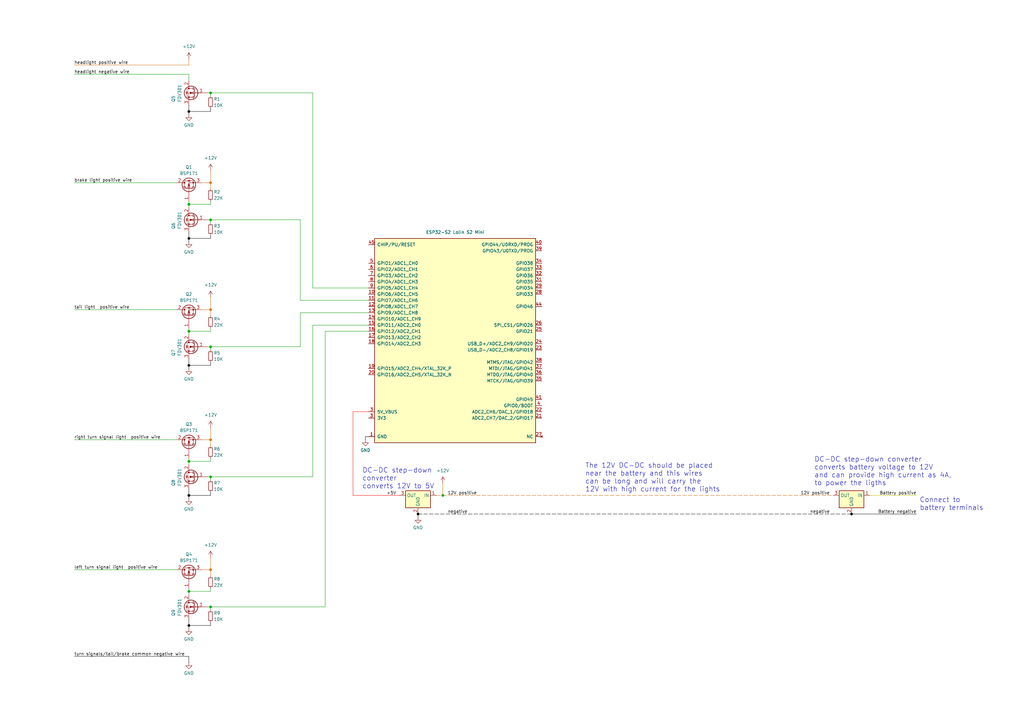
<source format=kicad_sch>
(kicad_sch (version 20230121) (generator eeschema)
  (paper "A3")
  (lib_symbols
    (symbol "Converter_DCDC:OKI-78SR-3.3_1.5-W36-C"
      (property "Reference" "U" (at -3.81 3.175 0))
      (property "Value" "OKI-78SR-3.3_1.5-W36-C" (at 0 3.175 0))
      (symbol "OKI-78SR-3.3_1.5-W36-C_0_1"
        (rectangle (start -5.08 1.905) (end 5.08 -5.08) (stroke (width 0.254)) (fill (type background)))
      )
      (symbol "OKI-78SR-3.3_1.5-W36-C_1_1"
        (pin power_in line (at -7.62 0 0) (length 2.54) (name "IN") (number "1"))
        (pin power_in line (at 0 -7.62 90) (length 2.54) (name "GND") (number "2"))
        (pin power_out line (at 7.62 0 180) (length 2.54) (name "OUT") (number "3"))
      )
    )
    (symbol "Device:R_Small" (pin_numbers hide) (pin_names (offset 0.254) hide)
      (property "Reference" "R" (at 0.762 0.508 0))
      (property "Value" "R_Small" (at 0.762 -1.016 0))
      (symbol "R_Small_0_1"
        (rectangle (start -0.762 1.778) (end 0.762 -1.778) (stroke (width 0.2032)))
      )
      (symbol "R_Small_1_1"
        (pin passive line (at 0 2.54 270) (length 0.762) (name "~") (number "1"))
        (pin passive line (at 0 -2.54 90) (length 0.762) (name "~") (number "2"))
      )
    )
    (symbol "Espressif:ESP32-S2-MINI-1" (pin_names (offset 1.016))
      (property "Reference" "U3" (at 0 50.8 0))
      (symbol "ESP32-S2-MINI-1_0_0"
        (pin power_in line (at -35.56 -35.56 0) (length 2.54) (name "GND") (number "1"))
        (pin passive line (at -35.56 -35.56 0) (length 2.54) hide (name "GND") (number "43"))
        (pin input line (at 35.56 17.78 180) (length 2.54) (name "GPIO46") (number "44"))
        (pin bidirectional line (at -35.56 43.18 0) (length 2.54) (name "CHIP/PU/RESET") (number "45"))
        (pin passive line (at -35.56 -35.56 0) (length 2.54) hide (name "GND") (number "46"))
        (pin passive line (at -35.56 -35.56 0) (length 2.54) hide (name "GND") (number "47"))
        (pin passive line (at -35.56 -35.56 0) (length 2.54) hide (name "GND") (number "48"))
        (pin passive line (at -35.56 -35.56 0) (length 2.54) hide (name "GND") (number "49"))
        (pin passive line (at -35.56 -35.56 0) (length 2.54) hide (name "GND") (number "50"))
        (pin passive line (at -35.56 -35.56 0) (length 2.54) hide (name "GND") (number "51"))
        (pin passive line (at -35.56 -35.56 0) (length 2.54) hide (name "GND") (number "52"))
        (pin passive line (at -35.56 -35.56 0) (length 2.54) hide (name "GND") (number "53"))
        (pin passive line (at -35.56 -35.56 0) (length 2.54) hide (name "GND") (number "54"))
        (pin passive line (at -35.56 -35.56 0) (length 2.54) hide (name "GND") (number "55"))
        (pin passive line (at -35.56 -35.56 0) (length 2.54) hide (name "GND") (number "56"))
        (pin passive line (at -35.56 -35.56 0) (length 2.54) hide (name "GND") (number "57"))
        (pin passive line (at -35.56 -35.56 0) (length 2.54) hide (name "GND") (number "58"))
        (pin passive line (at -35.56 -35.56 0) (length 2.54) hide (name "GND") (number "59"))
        (pin passive line (at -35.56 -35.56 0) (length 2.54) hide (name "GND") (number "60"))
        (pin passive line (at -35.56 -35.56 0) (length 2.54) hide (name "GND") (number "61"))
        (pin passive line (at -35.56 -35.56 0) (length 2.54) hide (name "GND") (number "62"))
        (pin passive line (at -35.56 -35.56 0) (length 2.54) hide (name "GND") (number "63"))
        (pin passive line (at -35.56 -35.56 0) (length 2.54) hide (name "GND") (number "64"))
        (pin passive line (at -35.56 -35.56 0) (length 2.54) hide (name "GND") (number "65"))
      )
      (symbol "ESP32-S2-MINI-1_1_1"
        (rectangle (start -33.02 45.72) (end 33.02 -38.1) (stroke (width 0.254)) (fill (type background)))
        (pin bidirectional line (at -35.56 22.86 0) (length 2.54) (name "GPIO6/ADC1_CH5") (number "10"))
        (pin bidirectional line (at -35.56 20.32 0) (length 2.54) (name "GPIO7/ADC1_CH6") (number "11"))
        (pin bidirectional line (at -35.56 17.78 0) (length 2.54) (name "GPIO8/ADC1_CH7") (number "12"))
        (pin bidirectional line (at -35.56 15.24 0) (length 2.54) (name "GPIO9/ADC1_CH8") (number "13"))
        (pin bidirectional line (at -35.56 12.7 0) (length 2.54) (name "GPIO10/ADC1_CH9") (number "14"))
        (pin bidirectional line (at -35.56 10.16 0) (length 2.54) (name "GPIO11/ADC2_CH0") (number "15"))
        (pin bidirectional line (at -35.56 7.62 0) (length 2.54) (name "GPIO12/ADC2_CH1") (number "16"))
        (pin bidirectional line (at -35.56 5.08 0) (length 2.54) (name "GPIO13/ADC2_CH2") (number "17"))
        (pin bidirectional line (at -35.56 2.54 0) (length 2.54) (name "GPIO14/ADC2_CH3") (number "18"))
        (pin bidirectional line (at -35.56 -7.62 0) (length 2.54) (name "GPIO15/ADC2_CH4/XTAL_32K_P") (number "19"))
        (pin passive line (at -35.56 -35.56 0) (length 2.54) hide (name "GND") (number "2"))
        (pin bidirectional line (at -35.56 -10.16 0) (length 2.54) (name "GPIO16/ADC2_CH5/XTAL_32K_N") (number "20"))
        (pin bidirectional line (at 35.56 -27.94 180) (length 2.54) (name "ADC2_CH7/DAC_2/GPIO17") (number "21"))
        (pin bidirectional line (at 35.56 -25.4 180) (length 2.54) (name "ADC2_CH6/DAC_1/GPIO18") (number "22"))
        (pin bidirectional line (at 35.56 0 180) (length 2.54) (name "USB_D-/ADC2_CH8/GPIO19") (number "23"))
        (pin bidirectional line (at 35.56 2.54 180) (length 2.54) (name "USB_D+/ADC2_CH9/GPIO20") (number "24"))
        (pin bidirectional line (at 35.56 7.62 180) (length 2.54) (name "GPIO21") (number "25"))
        (pin bidirectional line (at 35.56 10.16 180) (length 2.54) (name "SPI_CS1/GPIO26") (number "26"))
        (pin no_connect line (at 35.56 -35.56 180) (length 2.54) (name "NC") (number "27"))
        (pin bidirectional line (at 35.56 22.86 180) (length 2.54) (name "GPIO33") (number "28"))
        (pin bidirectional line (at 35.56 25.4 180) (length 2.54) (name "GPIO34") (number "29"))
        (pin power_in line (at -35.56 -27.94 0) (length 2.54) (name "3V3") (number "3"))
        (pin power_in line (at -35.56 -25.4 0) (length 2.54) (name "5V_VBUS") (number "3"))
        (pin passive line (at -35.56 -35.56 0) (length 2.54) hide (name "GND") (number "30"))
        (pin bidirectional line (at 35.56 27.94 180) (length 2.54) (name "GPIO35") (number "31"))
        (pin bidirectional line (at 35.56 30.48 180) (length 2.54) (name "GPIO36") (number "32"))
        (pin bidirectional line (at 35.56 33.02 180) (length 2.54) (name "GPIO37") (number "33"))
        (pin bidirectional line (at 35.56 35.56 180) (length 2.54) (name "GPIO38") (number "34"))
        (pin bidirectional line (at 35.56 -12.7 180) (length 2.54) (name "MTCK/JTAG/GPIO39") (number "35"))
        (pin bidirectional line (at 35.56 -10.16 180) (length 2.54) (name "MTDO/JTAG/GPIO40") (number "36"))
        (pin bidirectional line (at 35.56 -7.62 180) (length 2.54) (name "MTDI/JTAG/GPIO41") (number "37"))
        (pin bidirectional line (at 35.56 -5.08 180) (length 2.54) (name "MTMS/JTAG/GPIO42") (number "38"))
        (pin bidirectional line (at 35.56 40.64 180) (length 2.54) (name "GPIO43/U0TXD/PROG") (number "39"))
        (pin bidirectional line (at 35.56 -22.86 180) (length 2.54) (name "GPIO0/BOOT") (number "4"))
        (pin bidirectional line (at 35.56 43.18 180) (length 2.54) (name "GPIO44/U0RXD/PROG") (number "40"))
        (pin bidirectional line (at 35.56 -20.32 180) (length 2.54) (name "GPIO45") (number "41"))
        (pin passive line (at -35.56 -35.56 0) (length 2.54) hide (name "GND") (number "42"))
        (pin bidirectional line (at -35.56 35.56 0) (length 2.54) (name "GPIO1/ADC1_CH0") (number "5"))
        (pin bidirectional line (at -35.56 33.02 0) (length 2.54) (name "GPIO2/ADC1_CH1") (number "6"))
        (pin bidirectional line (at -35.56 30.48 0) (length 2.54) (name "GPIO3/ADC1_CH2") (number "7"))
        (pin bidirectional line (at -35.56 27.94 0) (length 2.54) (name "GPIO4/ADC1_CH3") (number "8"))
        (pin bidirectional line (at -35.56 25.4 0) (length 2.54) (name "GPIO5/ADC1_CH4") (number "9"))
      )
    )
    (symbol "Transistor_FET:BSP129" (pin_names hide)
      (property "Reference" "Q" (at 5.08 1.905 0))
      (property "Value" "BSP129" (at 5.08 0 0))
      (symbol "BSP129_0_1"
        (polyline (pts (xy 0.254 0) (xy -2.54 0)))
        (polyline (pts (xy 0.254 1.905) (xy 0.254 -1.905)) (stroke (width 0.254)))
        (polyline (pts (xy 0.762 -1.27) (xy 0.762 -2.286)) (stroke (width 0.254)))
        (polyline (pts (xy 0.762 0.508) (xy 0.762 -0.508)) (stroke (width 0.254)))
        (polyline (pts (xy 0.762 2.286) (xy 0.762 1.27)) (stroke (width 0.254)))
        (polyline (pts (xy 2.54 2.54) (xy 2.54 1.778)))
        (polyline (pts (xy 2.54 -2.54) (xy 2.54 0) (xy 0.762 0)))
        (polyline (pts (xy 0.762 -1.778) (xy 3.302 -1.778) (xy 3.302 1.778) (xy 0.762 1.778)))
        (polyline (pts (xy 1.016 0) (xy 2.032 0.381) (xy 2.032 -0.381) (xy 1.016 0)) (fill (type outline)))
        (polyline (pts (xy 2.794 0.508) (xy 2.921 0.381) (xy 3.683 0.381) (xy 3.81 0.254)))
        (polyline (pts (xy 3.302 0.381) (xy 2.921 -0.254) (xy 3.683 -0.254) (xy 3.302 0.381)))
        (circle (center 1.651 0) (radius 2.794) (stroke (width 0.254)))
        (circle (center 2.54 -1.778) (radius 0.254) (fill (type outline)))
        (circle (center 2.54 1.778) (radius 0.254) (fill (type outline)))
      )
      (symbol "BSP129_1_1"
        (pin input line (at -5.08 0 0) (length 5.08) (name "G") (number "1"))
        (pin passive line (at 2.54 5.08 270) (length 2.54) (name "D") (number "2"))
        (pin passive line (at 2.54 -5.08 90) (length 2.54) (name "S") (number "3"))
      )
    )
    (symbol "Transistor_FET:IRF9540N" (pin_names hide)
      (property "Reference" "Q" (at 5.08 1.905 0))
      (property "Value" "IRF9540N" (at 5.08 0 0))
      (symbol "IRF9540N_0_1"
        (polyline (pts (xy 0.254 0) (xy -2.54 0)))
        (polyline (pts (xy 0.254 1.905) (xy 0.254 -1.905)) (stroke (width 0.254)))
        (polyline (pts (xy 0.762 -1.27) (xy 0.762 -2.286)) (stroke (width 0.254)))
        (polyline (pts (xy 0.762 0.508) (xy 0.762 -0.508)) (stroke (width 0.254)))
        (polyline (pts (xy 0.762 2.286) (xy 0.762 1.27)) (stroke (width 0.254)))
        (polyline (pts (xy 2.54 2.54) (xy 2.54 1.778)))
        (polyline (pts (xy 2.54 -2.54) (xy 2.54 0) (xy 0.762 0)))
        (polyline (pts (xy 0.762 1.778) (xy 3.302 1.778) (xy 3.302 -1.778) (xy 0.762 -1.778)))
        (polyline (pts (xy 2.286 0) (xy 1.27 0.381) (xy 1.27 -0.381) (xy 2.286 0)) (fill (type outline)))
        (polyline (pts (xy 2.794 -0.508) (xy 2.921 -0.381) (xy 3.683 -0.381) (xy 3.81 -0.254)))
        (polyline (pts (xy 3.302 -0.381) (xy 2.921 0.254) (xy 3.683 0.254) (xy 3.302 -0.381)))
        (circle (center 1.651 0) (radius 2.794) (stroke (width 0.254)))
        (circle (center 2.54 -1.778) (radius 0.254) (fill (type outline)))
        (circle (center 2.54 1.778) (radius 0.254) (fill (type outline)))
      )
      (symbol "IRF9540N_1_1"
        (pin input line (at -5.08 0 0) (length 2.54) (name "G") (number "1"))
        (pin passive line (at 2.54 5.08 270) (length 2.54) (name "D") (number "2"))
        (pin passive line (at 2.54 -5.08 90) (length 2.54) (name "S") (number "3"))
      )
    )
    (symbol "power:+12V" (power) (pin_names (offset 0))
      (property "Value" "+12V" (at 0 3.556 0))
      (symbol "+12V_0_1"
        (polyline (pts (xy -0.762 1.27) (xy 0 2.54)))
        (polyline (pts (xy 0 0) (xy 0 2.54)))
        (polyline (pts (xy 0 2.54) (xy 0.762 1.27)))
      )
      (symbol "+12V_1_1"
        (pin power_in line (at 0 0 90) (length 0) hide (name "+12V") (number "1"))
      )
    )
    (symbol "power:GND" (power) (pin_names (offset 0))
      (property "Value" "GND" (at 0 -3.81 0))
      (symbol "GND_0_1"
        (polyline (pts (xy 0 0) (xy 0 -1.27) (xy 1.27 -1.27) (xy 0 -2.54) (xy -1.27 -1.27) (xy 0 -1.27)))
      )
      (symbol "GND_1_1"
        (pin power_in line (at 0 0 270) (length 0) hide (name "GND") (number "1"))
      )
    )
  )
  (junction (at 86.36 74.93) (color 204 102 0 1))
  (junction (at 349.25 210.82) (color 0 0 0 1))
  (junction (at 77.47 45.72) (color 0 0 0 1))
  (junction (at 77.47 83.82))
  (junction (at 86.36 142.24))
  (junction (at 86.36 180.34) (color 204 102 0 1))
  (junction (at 77.47 149.86) (color 0 0 0 1))
  (junction (at 86.36 38.1))
  (junction (at 77.47 189.23))
  (junction (at 171.45 210.82) (color 0 0 0 1))
  (junction (at 86.36 233.68) (color 204 102 0 1))
  (junction (at 77.47 242.57))
  (junction (at 86.36 127) (color 204 102 0 1))
  (junction (at 86.36 248.92))
  (junction (at 77.47 203.2) (color 0 0 0 1))
  (junction (at 77.47 97.79) (color 0 0 0 1))
  (junction (at 77.47 256.54) (color 0 0 0 1))
  (junction (at 181.61 203.2))
  (junction (at 86.36 90.17))
  (junction (at 86.36 195.58))
  (junction (at 77.47 135.89))
  (wire (pts (xy 128.27 118.11) (xy 128.27 38.1)))
  (wire (pts (xy 86.36 256.54) (xy 77.47 256.54)) (stroke (width 0) (color 0 0 0 1)))
  (wire (pts (xy 77.47 43.18) (xy 77.47 45.72)) (stroke (width 0) (color 0 0 0 1)))
  (wire (pts (xy 171.45 210.82) (xy 349.25 210.82)) (stroke (width 0) (type dash) (color 0 0 0 1)))
  (wire (pts (xy 144.78 203.2) (xy 144.78 168.91)) (stroke (width 0) (color 255 0 0 1)))
  (wire (pts (xy 86.36 74.93) (xy 86.36 69.85)) (stroke (width 0) (color 204 102 0 1)))
  (wire (pts (xy 151.13 123.19) (xy 123.19 123.19)))
  (wire (pts (xy 77.47 242.57) (xy 77.47 243.84)))
  (wire (pts (xy 86.36 242.57) (xy 77.47 242.57)))
  (wire (pts (xy 86.36 149.86) (xy 77.47 149.86)) (stroke (width 0) (color 0 0 0 1)))
  (wire (pts (xy 77.47 241.3) (xy 77.47 242.57)))
  (wire (pts (xy 30.48 74.93) (xy 72.39 74.93)))
  (wire (pts (xy 77.47 149.86) (xy 77.47 151.13)) (stroke (width 0) (color 0 0 0 1)))
  (wire (pts (xy 86.36 233.68) (xy 86.36 228.6)) (stroke (width 0) (color 204 102 0 1)))
  (wire (pts (xy 77.47 82.55) (xy 77.47 83.82)))
  (wire (pts (xy 128.27 133.35) (xy 128.27 195.58)))
  (wire (pts (xy 86.36 233.68) (xy 82.55 233.68)) (stroke (width 0) (color 204 102 0 1)))
  (wire (pts (xy 86.36 180.34) (xy 82.55 180.34)) (stroke (width 0) (color 204 102 0 1)))
  (wire (pts (xy 86.36 142.24) (xy 86.36 143.51)))
  (wire (pts (xy 30.48 127) (xy 72.39 127)))
  (wire (pts (xy 86.36 97.79) (xy 77.47 97.79)) (stroke (width 0) (color 0 0 0 1)))
  (wire (pts (xy 77.47 187.96) (xy 77.47 189.23)))
  (wire (pts (xy 86.36 255.27) (xy 86.36 256.54)) (stroke (width 0) (color 0 0 0 1)))
  (wire (pts (xy 77.47 83.82) (xy 77.47 85.09)))
  (wire (pts (xy 77.47 95.25) (xy 77.47 97.79)) (stroke (width 0) (color 0 0 0 1)))
  (wire (pts (xy 77.47 269.24) (xy 77.47 271.78)) (stroke (width 0) (color 0 0 0 1)))
  (wire (pts (xy 123.19 123.19) (xy 123.19 90.17)))
  (wire (pts (xy 86.36 74.93) (xy 82.55 74.93)) (stroke (width 0) (color 204 102 0 1)))
  (wire (pts (xy 163.83 203.2) (xy 144.78 203.2)) (stroke (width 0) (color 255 0 0 1)))
  (wire (pts (xy 86.36 44.45) (xy 86.36 45.72)) (stroke (width 0) (color 0 0 0 1)))
  (wire (pts (xy 86.36 45.72) (xy 77.47 45.72)) (stroke (width 0) (color 0 0 0 1)))
  (wire (pts (xy 77.47 45.72) (xy 77.47 46.99)) (stroke (width 0) (color 0 0 0 1)))
  (wire (pts (xy 86.36 135.89) (xy 77.47 135.89)))
  (wire (pts (xy 123.19 128.27) (xy 123.19 142.24)))
  (wire (pts (xy 179.07 203.2) (xy 181.61 203.2)) (stroke (width 0) (type dash) (color 204 102 0 1)))
  (wire (pts (xy 86.36 83.82) (xy 77.47 83.82)))
  (wire (pts (xy 86.36 134.62) (xy 86.36 135.89)))
  (wire (pts (xy 86.36 189.23) (xy 77.47 189.23)))
  (wire (pts (xy 86.36 187.96) (xy 86.36 189.23)))
  (wire (pts (xy 86.36 127) (xy 86.36 121.92)) (stroke (width 0) (color 204 102 0 1)))
  (wire (pts (xy 86.36 142.24) (xy 123.19 142.24)))
  (wire (pts (xy 151.13 135.89) (xy 133.35 135.89)))
  (wire (pts (xy 86.36 90.17) (xy 123.19 90.17)))
  (wire (pts (xy 86.36 195.58) (xy 128.27 195.58)))
  (wire (pts (xy 181.61 203.2) (xy 341.63 203.2)) (stroke (width 0) (type dash) (color 204 102 0 1)))
  (wire (pts (xy 77.47 134.62) (xy 77.47 135.89)))
  (wire (pts (xy 85.09 142.24) (xy 86.36 142.24)))
  (wire (pts (xy 375.92 203.2) (xy 356.87 203.2)) (stroke (width 0) (color 194 194 0 1)))
  (wire (pts (xy 151.13 133.35) (xy 128.27 133.35)))
  (wire (pts (xy 86.36 241.3) (xy 86.36 242.57)))
  (wire (pts (xy 144.78 168.91) (xy 151.13 168.91)) (stroke (width 0) (color 255 0 0 1)))
  (wire (pts (xy 171.45 210.82) (xy 171.45 212.09)) (stroke (width 0) (color 0 0 0 1)))
  (wire (pts (xy 85.09 195.58) (xy 86.36 195.58)))
  (wire (pts (xy 30.48 269.24) (xy 77.47 269.24)) (stroke (width 0) (color 0 0 0 1)))
  (wire (pts (xy 86.36 203.2) (xy 77.47 203.2)) (stroke (width 0) (color 0 0 0 1)))
  (wire (pts (xy 86.36 195.58) (xy 86.36 196.85)))
  (wire (pts (xy 30.48 180.34) (xy 72.39 180.34)))
  (wire (pts (xy 86.36 248.92) (xy 86.36 250.19)))
  (wire (pts (xy 85.09 248.92) (xy 86.36 248.92)))
  (wire (pts (xy 86.36 38.1) (xy 128.27 38.1)))
  (wire (pts (xy 77.47 256.54) (xy 77.47 257.81)) (stroke (width 0) (color 0 0 0 1)))
  (wire (pts (xy 151.13 128.27) (xy 123.19 128.27)))
  (wire (pts (xy 85.09 38.1) (xy 86.36 38.1)))
  (wire (pts (xy 77.47 30.48) (xy 77.47 33.02)))
  (wire (pts (xy 133.35 135.89) (xy 133.35 248.92)))
  (wire (pts (xy 151.13 118.11) (xy 128.27 118.11)))
  (wire (pts (xy 375.92 210.82) (xy 349.25 210.82)) (stroke (width 0) (color 0 0 0 1)))
  (wire (pts (xy 149.86 179.07) (xy 149.86 180.34)) (stroke (width 0) (color 0 0 0 1)))
  (wire (pts (xy 77.47 189.23) (xy 77.47 190.5)))
  (wire (pts (xy 86.36 233.68) (xy 86.36 236.22)) (stroke (width 0) (color 204 102 0 1)))
  (wire (pts (xy 86.36 127) (xy 86.36 129.54)) (stroke (width 0) (color 204 102 0 1)))
  (wire (pts (xy 85.09 90.17) (xy 86.36 90.17)))
  (wire (pts (xy 86.36 148.59) (xy 86.36 149.86)) (stroke (width 0) (color 0 0 0 1)))
  (wire (pts (xy 77.47 203.2) (xy 77.47 204.47)) (stroke (width 0) (color 0 0 0 1)))
  (wire (pts (xy 77.47 254) (xy 77.47 256.54)) (stroke (width 0) (color 0 0 0 1)))
  (wire (pts (xy 86.36 90.17) (xy 86.36 91.44)))
  (wire (pts (xy 86.36 38.1) (xy 86.36 39.37)))
  (wire (pts (xy 86.36 74.93) (xy 86.36 77.47)) (stroke (width 0) (color 204 102 0 1)))
  (wire (pts (xy 86.36 96.52) (xy 86.36 97.79)) (stroke (width 0) (color 0 0 0 1)))
  (wire (pts (xy 86.36 201.93) (xy 86.36 203.2)) (stroke (width 0) (color 0 0 0 1)))
  (wire (pts (xy 77.47 97.79) (xy 77.47 99.06)) (stroke (width 0) (color 0 0 0 1)))
  (wire (pts (xy 77.47 26.67) (xy 77.47 24.13)) (stroke (width 0) (color 204 102 0 1)))
  (wire (pts (xy 86.36 180.34) (xy 86.36 175.26)) (stroke (width 0) (color 204 102 0 1)))
  (wire (pts (xy 77.47 135.89) (xy 77.47 137.16)))
  (wire (pts (xy 30.48 233.68) (xy 72.39 233.68)))
  (wire (pts (xy 77.47 200.66) (xy 77.47 203.2)) (stroke (width 0) (color 0 0 0 1)))
  (wire (pts (xy 86.36 180.34) (xy 86.36 182.88)) (stroke (width 0) (color 204 102 0 1)))
  (wire (pts (xy 181.61 203.2) (xy 181.61 198.12)) (stroke (width 0) (color 204 102 0 1)))
  (wire (pts (xy 30.48 26.67) (xy 77.47 26.67)) (stroke (width 0) (color 204 102 0 1)))
  (wire (pts (xy 30.48 30.48) (xy 77.47 30.48)))
  (wire (pts (xy 86.36 82.55) (xy 86.36 83.82)))
  (wire (pts (xy 86.36 248.92) (xy 133.35 248.92)))
  (wire (pts (xy 149.86 179.07) (xy 151.13 179.07)) (stroke (width 0) (color 0 0 0 1)))
  (wire (pts (xy 77.47 147.32) (xy 77.47 149.86)) (stroke (width 0) (color 0 0 0 1)))
  (wire (pts (xy 86.36 127) (xy 82.55 127)) (stroke (width 0) (color 204 102 0 1)))
  (text "The 12V DC-DC should be placed\nnear the battery and this wires\ncan be long and will carry the\n12V with high current for the lights" (at 240.03 201.93 0) (effects (font (size 2.0066 2.0066)) (justify left bottom)))
  (text "Connect to\nbattery terminals" (at 377.19 209.55 0) (effects (font (size 2.0066 2.0066)) (justify left bottom)))
  (text "DC-DC step-down\nconverter\nconverts 12V to 5V" (at 148.59 200.66 0) (effects (font (size 2.0066 2.0066)) (justify left bottom)))
  (text "DC-DC step-down converter\nconverts battery voltage to 12V\nand can provide high current as 4A,\nto power the ligths" (at 334.01 199.39 0) (effects (font (size 2.0066 2.0066)) (justify left bottom)))
  (label "right turn signal light  positive wire" (at 30.48 180.34 0))
  (label "headlight positive wire" (at 30.48 26.67 0))
  (label "Battery negative" (at 375.92 210.82 180))
  (label "negative" (at 340.36 210.82 180))
  (label "left turn signal light  positive wire" (at 30.48 233.68 0))
  (label "brake light positive wire" (at 30.48 74.93 0))
  (label "tail light  positive wire" (at 30.48 127 0))
  (label "12V positive" (at 195.58 203.2 180))
  (label "12V positive" (at 340.36 203.2 180))
  (label "headlight negative wire" (at 30.48 30.48 0))
  (label "negative" (at 191.77 210.82 180))
  (label "turn signals{slash}tail{slash}brake common negative wire" (at 30.48 269.24 0))
  (label "Battery positive" (at 375.92 203.2 180))
  (label "+5V" (at 162.56 203.2 180))
  (symbol (lib_id "Device:R_Small") (at 86.36 93.98 180) (unit 1)
    (property "Reference" "R3" (at 87.63 92.71 0) (effects (justify right)))
    (property "Value" "10K" (at 87.63 95.25 0) (effects (justify right)))
  )
  (symbol (lib_id "Device:R_Small") (at 86.36 252.73 180) (unit 1)
    (property "Reference" "R9" (at 87.63 251.46 0) (effects (justify right)))
    (property "Value" "10K" (at 87.63 254 0) (effects (justify right)))
  )
  (symbol (lib_id "Transistor_FET:BSP129") (at 80.01 248.92 0) (mirror y) (unit 1)
    (property "Reference" "Q9" (at 71.12 252.73 90) (effects (justify left)))
    (property "Value" "FDV301" (at 73.66 252.73 90) (effects (justify left)))
    (property "Footprint" "Package_TO_SOT_SMD:SOT-223-3_TabPin2" (effects hide))
    (property "Datasheet" "https://www.infineon.com/dgdl/Infineon-BSP129-DS-v01_42-en.pdf?fileId=db3a30433c1a8752013c1fc296d2395f" (effects hide))
  )
  (symbol (lib_id "power:+12V") (at 86.36 228.6 0) (unit 1)
    (property "Reference" "#PWR011" (effects hide))
    (property "Value" "+12V" (at 86.36 223.52 0))
  )
  (symbol (lib_id "Device:R_Small") (at 86.36 185.42 0) (mirror y) (unit 1)
    (property "Reference" "R6" (at 87.63 184.15 0) (effects (justify right)))
    (property "Value" "22K" (at 87.63 186.69 0) (effects (justify right)))
  )
  (symbol (lib_id "power:GND") (at 171.45 212.09 0) (mirror y) (unit 1)
    (property "Reference" "#PWR013" (effects hide))
    (property "Value" "GND" (at 171.45 216.408 0))
  )
  (symbol (lib_id "Device:R_Small") (at 86.36 146.05 180) (unit 1)
    (property "Reference" "R5" (at 87.63 144.78 0) (effects (justify right)))
    (property "Value" "10K" (at 87.63 147.32 0) (effects (justify right)))
  )
  (symbol (lib_id "Device:R_Small") (at 86.36 41.91 180) (unit 1)
    (property "Reference" "R1" (at 87.63 40.64 0) (effects (justify right)))
    (property "Value" "10K" (at 87.63 43.18 0) (effects (justify right)))
  )
  (symbol (lib_id "power:GND") (at 77.47 99.06 0) (mirror y) (unit 1)
    (property "Reference" "#PWR03" (effects hide))
    (property "Value" "GND" (at 77.47 103.378 0))
  )
  (symbol (lib_id "power:GND") (at 77.47 257.81 0) (mirror y) (unit 1)
    (property "Reference" "#PWR06" (effects hide))
    (property "Value" "GND" (at 77.47 262.128 0))
  )
  (symbol (lib_id "Converter_DCDC:OKI-78SR-3.3_1.5-W36-C") (at 349.25 203.2 0) (mirror y) (unit 1)
    (property "Reference" "U3" (effects hide))
    (property "Value" "Step-down converter  to 3.3V" (effects hide))
    (property "Footprint" "Converter_DCDC:Converter_DCDC_Murata_OKI-78SR_Vertical" (effects hide))
    (property "Datasheet" "https://power.murata.com/data/power/oki-78sr.pdf" (effects hide))
  )
  (symbol (lib_id "Transistor_FET:BSP129") (at 80.01 142.24 0) (mirror y) (unit 1)
    (property "Reference" "Q7" (at 71.12 146.05 90) (effects (justify left)))
    (property "Value" "FDV301" (at 73.66 146.05 90) (effects (justify left)))
    (property "Footprint" "Package_TO_SOT_SMD:SOT-223-3_TabPin2" (effects hide))
    (property "Datasheet" "https://www.infineon.com/dgdl/Infineon-BSP129-DS-v01_42-en.pdf?fileId=db3a30433c1a8752013c1fc296d2395f" (effects hide))
  )
  (symbol (lib_id "power:GND") (at 77.47 204.47 0) (mirror y) (unit 1)
    (property "Reference" "#PWR05" (effects hide))
    (property "Value" "GND" (at 77.47 208.788 0))
  )
  (symbol (lib_id "Transistor_FET:IRF9540N") (at 77.47 182.88 90) (unit 1)
    (property "Reference" "Q3" (at 77.47 173.99 90))
    (property "Value" "BSP171" (at 77.47 176.53 90))
    (property "Footprint" "Package_TO_SOT_THT:TO-220-3_Vertical" (effects hide))
    (property "Datasheet" "http://www.irf.com/product-info/datasheets/data/irf9540n.pdf" (effects hide))
  )
  (symbol (lib_id "Device:R_Small") (at 86.36 199.39 180) (unit 1)
    (property "Reference" "R7" (at 87.63 198.12 0) (effects (justify right)))
    (property "Value" "10K" (at 87.63 200.66 0) (effects (justify right)))
  )
  (symbol (lib_id "power:+12V") (at 86.36 69.85 0) (unit 1)
    (property "Reference" "#PWR08" (effects hide))
    (property "Value" "+12V" (at 86.36 64.77 0))
  )
  (symbol (lib_id "power:+12V") (at 181.61 198.12 0) (unit 1)
    (property "Reference" "#PWR014" (effects hide))
    (property "Value" "+12V" (at 181.61 193.04 0))
  )
  (symbol (lib_id "Transistor_FET:IRF9540N") (at 77.47 77.47 90) (unit 1)
    (property "Reference" "Q1" (at 77.47 68.58 90))
    (property "Value" "BSP171" (at 77.47 71.12 90))
    (property "Footprint" "Package_TO_SOT_THT:TO-220-3_Vertical" (effects hide))
    (property "Datasheet" "http://www.irf.com/product-info/datasheets/data/irf9540n.pdf" (effects hide))
  )
  (symbol (lib_id "Transistor_FET:IRF9540N") (at 77.47 236.22 90) (unit 1)
    (property "Reference" "Q4" (at 77.47 227.33 90))
    (property "Value" "BSP171" (at 77.47 229.87 90))
    (property "Footprint" "Package_TO_SOT_THT:TO-220-3_Vertical" (effects hide))
    (property "Datasheet" "http://www.irf.com/product-info/datasheets/data/irf9540n.pdf" (effects hide))
  )
  (symbol (lib_id "power:GND") (at 77.47 151.13 0) (mirror y) (unit 1)
    (property "Reference" "#PWR04" (effects hide))
    (property "Value" "GND" (at 77.47 155.448 0))
  )
  (symbol (lib_id "power:GND") (at 77.47 271.78 0) (mirror y) (unit 1)
    (property "Reference" "#PWR07" (effects hide))
    (property "Value" "GND" (at 77.47 276.098 0))
  )
  (symbol (lib_id "Converter_DCDC:OKI-78SR-3.3_1.5-W36-C") (at 171.45 203.2 0) (mirror y) (unit 1)
    (property "Reference" "U1" (effects hide))
    (property "Value" "Step-down converter  to 3.3V" (effects hide))
    (property "Footprint" "Converter_DCDC:Converter_DCDC_Murata_OKI-78SR_Vertical" (effects hide))
    (property "Datasheet" "https://power.murata.com/data/power/oki-78sr.pdf" (effects hide))
  )
  (symbol (lib_id "power:GND") (at 77.47 46.99 0) (mirror y) (unit 1)
    (property "Reference" "#PWR02" (effects hide))
    (property "Value" "GND" (at 77.47 51.308 0))
  )
  (symbol (lib_id "power:+12V") (at 86.36 121.92 0) (unit 1)
    (property "Reference" "#PWR09" (effects hide))
    (property "Value" "+12V" (at 86.36 116.84 0))
  )
  (symbol (lib_id "power:GND") (at 149.86 180.34 0) (mirror y) (unit 1)
    (property "Reference" "#PWR012" (effects hide))
    (property "Value" "GND" (at 149.86 184.658 0))
  )
  (symbol (lib_id "Device:R_Small") (at 86.36 80.01 0) (mirror y) (unit 1)
    (property "Reference" "R2" (at 87.63 78.74 0) (effects (justify right)))
    (property "Value" "22K" (at 87.63 81.28 0) (effects (justify right)))
  )
  (symbol (lib_id "Device:R_Small") (at 86.36 238.76 0) (mirror y) (unit 1)
    (property "Reference" "R8" (at 87.63 237.49 0) (effects (justify right)))
    (property "Value" "22K" (at 87.63 240.03 0) (effects (justify right)))
  )
  (symbol (lib_id "Transistor_FET:IRF9540N") (at 77.47 129.54 90) (unit 1)
    (property "Reference" "Q2" (at 77.47 120.65 90))
    (property "Value" "BSP171" (at 77.47 123.19 90))
    (property "Footprint" "Package_TO_SOT_THT:TO-220-3_Vertical" (effects hide))
    (property "Datasheet" "http://www.irf.com/product-info/datasheets/data/irf9540n.pdf" (effects hide))
  )
  (symbol (lib_id "Transistor_FET:BSP129") (at 80.01 90.17 0) (mirror y) (unit 1)
    (property "Reference" "Q6" (at 71.12 93.98 90) (effects (justify left)))
    (property "Value" "FDV301" (at 73.66 93.98 90) (effects (justify left)))
    (property "Footprint" "Package_TO_SOT_SMD:SOT-223-3_TabPin2" (effects hide))
    (property "Datasheet" "https://www.infineon.com/dgdl/Infineon-BSP129-DS-v01_42-en.pdf?fileId=db3a30433c1a8752013c1fc296d2395f" (effects hide))
  )
  (symbol (lib_id "Espressif:ESP32-S2-MINI-1") (at 186.69 143.51 0) (unit 1)
    (property "Reference" "U2" (effects hide))
    (property "Value" "ESP32-S2 Lolin S2 Mini" (at 186.69 95.25 0))
    (property "Footprint" "Espressif:ESP32-S2-MINI-1" (effects hide))
    (property "Datasheet" "https://www.espressif.com/sites/default/files/documentation/esp32-s2-mini-1_esp32-s2-mini-1u_datasheet_en.pdf" (effects hide))
  )
  (symbol (lib_id "Device:R_Small") (at 86.36 132.08 0) (mirror y) (unit 1)
    (property "Reference" "R4" (at 87.63 130.81 0) (effects (justify right)))
    (property "Value" "22K" (at 87.63 133.35 0) (effects (justify right)))
  )
  (symbol (lib_id "Transistor_FET:BSP129") (at 80.01 195.58 0) (mirror y) (unit 1)
    (property "Reference" "Q8" (at 71.12 199.39 90) (effects (justify left)))
    (property "Value" "FDV301" (at 73.66 199.39 90) (effects (justify left)))
    (property "Footprint" "Package_TO_SOT_SMD:SOT-223-3_TabPin2" (effects hide))
    (property "Datasheet" "https://www.infineon.com/dgdl/Infineon-BSP129-DS-v01_42-en.pdf?fileId=db3a30433c1a8752013c1fc296d2395f" (effects hide))
  )
  (symbol (lib_id "power:+12V") (at 86.36 175.26 0) (unit 1)
    (property "Reference" "#PWR010" (effects hide))
    (property "Value" "+12V" (at 86.36 170.18 0))
  )
  (symbol (lib_id "power:+12V") (at 77.47 24.13 0) (unit 1)
    (property "Reference" "#PWR01" (effects hide))
    (property "Value" "+12V" (at 77.47 19.05 0))
  )
  (symbol (lib_id "Transistor_FET:BSP129") (at 80.01 38.1 0) (mirror y) (unit 1)
    (property "Reference" "Q5" (at 71.12 41.91 90) (effects (justify left)))
    (property "Value" "FDV301" (at 73.66 41.91 90) (effects (justify left)))
    (property "Footprint" "Package_TO_SOT_SMD:SOT-223-3_TabPin2" (effects hide))
    (property "Datasheet" "https://www.infineon.com/dgdl/Infineon-BSP129-DS-v01_42-en.pdf?fileId=db3a30433c1a8752013c1fc296d2395f" (effects hide))
  )
)
</source>
